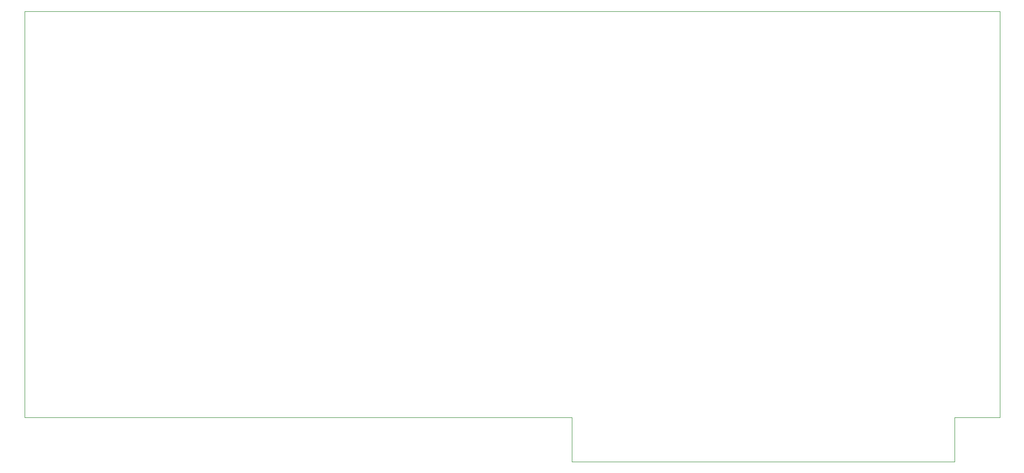
<source format=gbr>
G04 #@! TF.GenerationSoftware,KiCad,Pcbnew,(5.1.5-0-10_14)*
G04 #@! TF.CreationDate,2021-02-08T21:24:19-05:00*
G04 #@! TF.ProjectId,apple-ii-breadboard-card,6170706c-652d-4696-992d-627265616462,1.1*
G04 #@! TF.SameCoordinates,Original*
G04 #@! TF.FileFunction,Profile,NP*
%FSLAX46Y46*%
G04 Gerber Fmt 4.6, Leading zero omitted, Abs format (unit mm)*
G04 Created by KiCad (PCBNEW (5.1.5-0-10_14)) date 2021-02-08 21:24:19*
%MOMM*%
%LPD*%
G04 APERTURE LIST*
%ADD10C,0.050000*%
G04 APERTURE END LIST*
D10*
X73660000Y-54737000D02*
X73660000Y-124587000D01*
X167767000Y-124587000D02*
X73660000Y-124587000D01*
X167767000Y-132207000D02*
X167767000Y-124587000D01*
X241300000Y-54737000D02*
X73660000Y-54737000D01*
X241300000Y-124587000D02*
X241300000Y-54737000D01*
X233553000Y-124587000D02*
X241300000Y-124587000D01*
X233553000Y-132207000D02*
X233553000Y-124587000D01*
X167767000Y-132207000D02*
X233553000Y-132207000D01*
M02*

</source>
